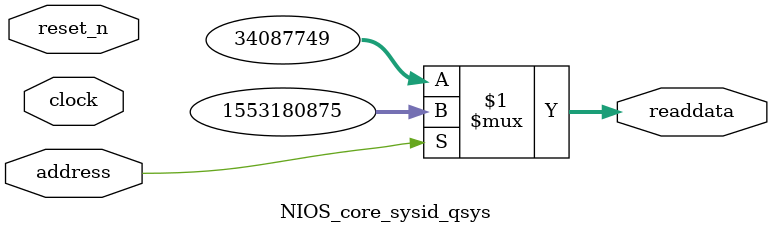
<source format=v>



// synthesis translate_off
`timescale 1ns / 1ps
// synthesis translate_on

// turn off superfluous verilog processor warnings 
// altera message_level Level1 
// altera message_off 10034 10035 10036 10037 10230 10240 10030 

module NIOS_core_sysid_qsys (
               // inputs:
                address,
                clock,
                reset_n,

               // outputs:
                readdata
             )
;

  output  [ 31: 0] readdata;
  input            address;
  input            clock;
  input            reset_n;

  wire    [ 31: 0] readdata;
  //control_slave, which is an e_avalon_slave
  assign readdata = address ? 1553180875 : 34087749;

endmodule



</source>
